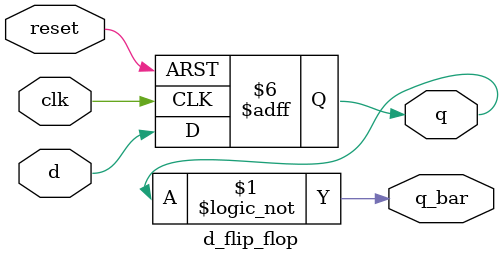
<source format=v>
module d_flip_flop(q,q_bar, d,clk,reset);

output reg q = 1'b0;
output q_bar;
input clk,reset,d;

assign q_bar = !q;

always @(posedge clk,posedge reset)
begin
	if(reset == 1'b1)
		q <= 1'b0;
	else if(clk == 1'b1)
		q <= d;
	else
		q <= q;
end
endmodule

</source>
